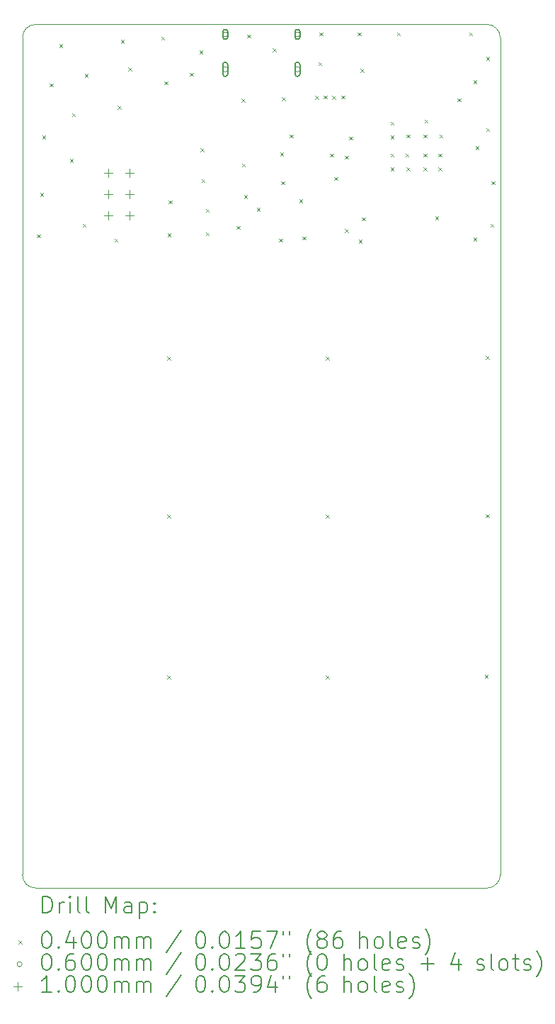
<source format=gbr>
%TF.GenerationSoftware,KiCad,Pcbnew,(7.0.0)*%
%TF.CreationDate,2023-03-11T22:06:36-05:00*%
%TF.ProjectId,MacroPad,4d616372-6f50-4616-942e-6b696361645f,rev?*%
%TF.SameCoordinates,Original*%
%TF.FileFunction,Drillmap*%
%TF.FilePolarity,Positive*%
%FSLAX45Y45*%
G04 Gerber Fmt 4.5, Leading zero omitted, Abs format (unit mm)*
G04 Created by KiCad (PCBNEW (7.0.0)) date 2023-03-11 22:06:36*
%MOMM*%
%LPD*%
G01*
G04 APERTURE LIST*
%ADD10C,0.100000*%
%ADD11C,0.200000*%
%ADD12C,0.040000*%
%ADD13C,0.060000*%
G04 APERTURE END LIST*
D10*
X19129375Y-3810000D02*
X13731875Y-3810000D01*
X19288125Y-13970000D02*
X19288125Y-3968750D01*
X13731875Y-14128750D02*
X19129375Y-14128750D01*
X13573125Y-3968750D02*
X13573125Y-13970000D01*
X13731875Y-3810000D02*
G75*
G03*
X13573125Y-3968750I0J-158750D01*
G01*
X19288125Y-3968750D02*
G75*
G03*
X19129375Y-3810000I-158750J0D01*
G01*
X13573125Y-13970000D02*
G75*
G03*
X13731875Y-14128750I158750J0D01*
G01*
X19129375Y-14128750D02*
G75*
G03*
X19288125Y-13970000I0J158750D01*
G01*
D11*
D12*
X13746800Y-6317300D02*
X13786800Y-6357300D01*
X13786800Y-6317300D02*
X13746800Y-6357300D01*
X13784900Y-5822000D02*
X13824900Y-5862000D01*
X13824900Y-5822000D02*
X13784900Y-5862000D01*
X13810300Y-5136200D02*
X13850300Y-5176200D01*
X13850300Y-5136200D02*
X13810300Y-5176200D01*
X13899200Y-4513900D02*
X13939200Y-4553900D01*
X13939200Y-4513900D02*
X13899200Y-4553900D01*
X14013500Y-4044000D02*
X14053500Y-4084000D01*
X14053500Y-4044000D02*
X14013500Y-4084000D01*
X14140500Y-5415600D02*
X14180500Y-5455600D01*
X14180500Y-5415600D02*
X14140500Y-5455600D01*
X14165900Y-4869500D02*
X14205900Y-4909500D01*
X14205900Y-4869500D02*
X14165900Y-4909500D01*
X14292900Y-6190300D02*
X14332900Y-6230300D01*
X14332900Y-6190300D02*
X14292900Y-6230300D01*
X14318300Y-4399600D02*
X14358300Y-4439600D01*
X14358300Y-4399600D02*
X14318300Y-4439600D01*
X14673900Y-6368100D02*
X14713900Y-6408100D01*
X14713900Y-6368100D02*
X14673900Y-6408100D01*
X14712000Y-4780600D02*
X14752000Y-4820600D01*
X14752000Y-4780600D02*
X14712000Y-4820600D01*
X14750100Y-3993200D02*
X14790100Y-4033200D01*
X14790100Y-3993200D02*
X14750100Y-4033200D01*
X14839000Y-4323400D02*
X14879000Y-4363400D01*
X14879000Y-4323400D02*
X14839000Y-4363400D01*
X15232700Y-3955100D02*
X15272700Y-3995100D01*
X15272700Y-3955100D02*
X15232700Y-3995100D01*
X15270800Y-4488500D02*
X15310800Y-4528500D01*
X15310800Y-4488500D02*
X15270800Y-4528500D01*
X15301280Y-7777800D02*
X15341280Y-7817800D01*
X15341280Y-7777800D02*
X15301280Y-7817800D01*
X15301280Y-9667560D02*
X15341280Y-9707560D01*
X15341280Y-9667560D02*
X15301280Y-9707560D01*
X15301280Y-11587800D02*
X15341280Y-11627800D01*
X15341280Y-11587800D02*
X15301280Y-11627800D01*
X15308900Y-6304600D02*
X15348900Y-6344600D01*
X15348900Y-6304600D02*
X15308900Y-6344600D01*
X15321600Y-5910900D02*
X15361600Y-5950900D01*
X15361600Y-5910900D02*
X15321600Y-5950900D01*
X15575600Y-4386900D02*
X15615600Y-4426900D01*
X15615600Y-4386900D02*
X15575600Y-4426900D01*
X15689900Y-4120200D02*
X15729900Y-4160200D01*
X15729900Y-4120200D02*
X15689900Y-4160200D01*
X15702600Y-5288600D02*
X15742600Y-5328600D01*
X15742600Y-5288600D02*
X15702600Y-5328600D01*
X15715300Y-5656900D02*
X15755300Y-5696900D01*
X15755300Y-5656900D02*
X15715300Y-5696900D01*
X15766100Y-6012500D02*
X15806100Y-6052500D01*
X15806100Y-6012500D02*
X15766100Y-6052500D01*
X15766100Y-6291900D02*
X15806100Y-6331900D01*
X15806100Y-6291900D02*
X15766100Y-6331900D01*
X16134400Y-6215700D02*
X16174400Y-6255700D01*
X16174400Y-6215700D02*
X16134400Y-6255700D01*
X16190280Y-4699320D02*
X16230280Y-4739320D01*
X16230280Y-4699320D02*
X16190280Y-4739320D01*
X16197882Y-5471640D02*
X16237882Y-5511640D01*
X16237882Y-5471640D02*
X16197882Y-5511640D01*
X16223300Y-5847400D02*
X16263300Y-5887400D01*
X16263300Y-5847400D02*
X16223300Y-5887400D01*
X16261400Y-3929700D02*
X16301400Y-3969700D01*
X16301400Y-3929700D02*
X16261400Y-3969700D01*
X16375700Y-5999800D02*
X16415700Y-6039800D01*
X16415700Y-5999800D02*
X16375700Y-6039800D01*
X16566200Y-4094800D02*
X16606200Y-4134800D01*
X16606200Y-4094800D02*
X16566200Y-4134800D01*
X16642400Y-6368100D02*
X16682400Y-6408100D01*
X16682400Y-6368100D02*
X16642400Y-6408100D01*
X16655100Y-5339400D02*
X16695100Y-5379400D01*
X16695100Y-5339400D02*
X16655100Y-5379400D01*
X16667800Y-5682300D02*
X16707800Y-5722300D01*
X16707800Y-5682300D02*
X16667800Y-5722300D01*
X16672880Y-4679000D02*
X16712880Y-4719000D01*
X16712880Y-4679000D02*
X16672880Y-4719000D01*
X16769400Y-5123500D02*
X16809400Y-5163500D01*
X16809400Y-5123500D02*
X16769400Y-5163500D01*
X16883700Y-5898200D02*
X16923700Y-5938200D01*
X16923700Y-5898200D02*
X16883700Y-5938200D01*
X16921800Y-6342700D02*
X16961800Y-6382700D01*
X16961800Y-6342700D02*
X16921800Y-6382700D01*
X17075347Y-4661822D02*
X17115347Y-4701822D01*
X17115347Y-4661822D02*
X17075347Y-4701822D01*
X17112300Y-4259900D02*
X17152300Y-4299900D01*
X17152300Y-4259900D02*
X17112300Y-4299900D01*
X17125000Y-3904300D02*
X17165000Y-3944300D01*
X17165000Y-3904300D02*
X17125000Y-3944300D01*
X17175229Y-4658109D02*
X17215229Y-4698109D01*
X17215229Y-4658109D02*
X17175229Y-4698109D01*
X17201200Y-7777800D02*
X17241200Y-7817800D01*
X17241200Y-7777800D02*
X17201200Y-7817800D01*
X17201200Y-9667560D02*
X17241200Y-9707560D01*
X17241200Y-9667560D02*
X17201200Y-9707560D01*
X17201200Y-11587800D02*
X17241200Y-11627800D01*
X17241200Y-11587800D02*
X17201200Y-11627800D01*
X17252000Y-5352100D02*
X17292000Y-5392100D01*
X17292000Y-5352100D02*
X17252000Y-5392100D01*
X17276140Y-4659940D02*
X17316140Y-4699940D01*
X17316140Y-4659940D02*
X17276140Y-4699940D01*
X17302800Y-5631500D02*
X17342800Y-5671500D01*
X17342800Y-5631500D02*
X17302800Y-5671500D01*
X17384080Y-4658680D02*
X17424080Y-4698680D01*
X17424080Y-4658680D02*
X17384080Y-4698680D01*
X17429800Y-5377500D02*
X17469800Y-5417500D01*
X17469800Y-5377500D02*
X17429800Y-5417500D01*
X17429800Y-6253800D02*
X17469800Y-6293800D01*
X17469800Y-6253800D02*
X17429800Y-6293800D01*
X17480600Y-5148900D02*
X17520600Y-5188900D01*
X17520600Y-5148900D02*
X17480600Y-5188900D01*
X17582200Y-3904300D02*
X17622200Y-3944300D01*
X17622200Y-3904300D02*
X17582200Y-3944300D01*
X17594900Y-6380800D02*
X17634900Y-6420800D01*
X17634900Y-6380800D02*
X17594900Y-6420800D01*
X17614523Y-4341930D02*
X17654523Y-4381930D01*
X17654523Y-4341930D02*
X17614523Y-4381930D01*
X17633000Y-6114100D02*
X17673000Y-6154100D01*
X17673000Y-6114100D02*
X17633000Y-6154100D01*
X17975900Y-4971100D02*
X18015900Y-5011100D01*
X18015900Y-4971100D02*
X17975900Y-5011100D01*
X17975900Y-5136200D02*
X18015900Y-5176200D01*
X18015900Y-5136200D02*
X17975900Y-5176200D01*
X17975900Y-5352100D02*
X18015900Y-5392100D01*
X18015900Y-5352100D02*
X17975900Y-5392100D01*
X17975900Y-5517200D02*
X18015900Y-5557200D01*
X18015900Y-5517200D02*
X17975900Y-5557200D01*
X18052100Y-3904300D02*
X18092100Y-3944300D01*
X18092100Y-3904300D02*
X18052100Y-3944300D01*
X18153700Y-5352100D02*
X18193700Y-5392100D01*
X18193700Y-5352100D02*
X18153700Y-5392100D01*
X18166400Y-5123500D02*
X18206400Y-5163500D01*
X18206400Y-5123500D02*
X18166400Y-5163500D01*
X18166400Y-5517200D02*
X18206400Y-5557200D01*
X18206400Y-5517200D02*
X18166400Y-5557200D01*
X18369600Y-5123500D02*
X18409600Y-5163500D01*
X18409600Y-5123500D02*
X18369600Y-5163500D01*
X18369600Y-5352100D02*
X18409600Y-5392100D01*
X18409600Y-5352100D02*
X18369600Y-5392100D01*
X18369600Y-5517200D02*
X18409600Y-5557200D01*
X18409600Y-5517200D02*
X18369600Y-5557200D01*
X18382300Y-4945700D02*
X18422300Y-4985700D01*
X18422300Y-4945700D02*
X18382300Y-4985700D01*
X18509300Y-6101400D02*
X18549300Y-6141400D01*
X18549300Y-6101400D02*
X18509300Y-6141400D01*
X18547400Y-5352100D02*
X18587400Y-5392100D01*
X18587400Y-5352100D02*
X18547400Y-5392100D01*
X18547400Y-5517200D02*
X18587400Y-5557200D01*
X18587400Y-5517200D02*
X18547400Y-5557200D01*
X18560100Y-5123500D02*
X18600100Y-5163500D01*
X18600100Y-5123500D02*
X18560100Y-5163500D01*
X18776000Y-4691700D02*
X18816000Y-4731700D01*
X18816000Y-4691700D02*
X18776000Y-4731700D01*
X18915700Y-3904300D02*
X18955700Y-3944300D01*
X18955700Y-3904300D02*
X18915700Y-3944300D01*
X18966500Y-4475800D02*
X19006500Y-4515800D01*
X19006500Y-4475800D02*
X18966500Y-4515800D01*
X18966500Y-6355400D02*
X19006500Y-6395400D01*
X19006500Y-6355400D02*
X18966500Y-6395400D01*
X18991900Y-5263200D02*
X19031900Y-5303200D01*
X19031900Y-5263200D02*
X18991900Y-5303200D01*
X19101120Y-11577640D02*
X19141120Y-11617640D01*
X19141120Y-11577640D02*
X19101120Y-11617640D01*
X19111280Y-7767640D02*
X19151280Y-7807640D01*
X19151280Y-7767640D02*
X19111280Y-7807640D01*
X19111280Y-9662480D02*
X19151280Y-9702480D01*
X19151280Y-9662480D02*
X19111280Y-9702480D01*
X19118900Y-4196400D02*
X19158900Y-4236400D01*
X19158900Y-4196400D02*
X19118900Y-4236400D01*
X19118900Y-5047300D02*
X19158900Y-5087300D01*
X19158900Y-5047300D02*
X19118900Y-5087300D01*
X19169700Y-6190300D02*
X19209700Y-6230300D01*
X19209700Y-6190300D02*
X19169700Y-6230300D01*
X19182400Y-5682300D02*
X19222400Y-5722300D01*
X19222400Y-5682300D02*
X19182400Y-5722300D01*
D13*
X16028625Y-3929000D02*
G75*
G03*
X16028625Y-3929000I-30000J0D01*
G01*
D11*
X15968625Y-3899000D02*
X15968625Y-3959000D01*
X15968625Y-3959000D02*
G75*
G03*
X16028625Y-3959000I30000J0D01*
G01*
X16028625Y-3959000D02*
X16028625Y-3899000D01*
X16028625Y-3899000D02*
G75*
G03*
X15968625Y-3899000I-30000J0D01*
G01*
D13*
X16028625Y-4347000D02*
G75*
G03*
X16028625Y-4347000I-30000J0D01*
G01*
D11*
X15968625Y-4292000D02*
X15968625Y-4402000D01*
X15968625Y-4402000D02*
G75*
G03*
X16028625Y-4402000I30000J0D01*
G01*
X16028625Y-4402000D02*
X16028625Y-4292000D01*
X16028625Y-4292000D02*
G75*
G03*
X15968625Y-4292000I-30000J0D01*
G01*
D13*
X16892625Y-3929000D02*
G75*
G03*
X16892625Y-3929000I-30000J0D01*
G01*
D11*
X16832625Y-3899000D02*
X16832625Y-3959000D01*
X16832625Y-3959000D02*
G75*
G03*
X16892625Y-3959000I30000J0D01*
G01*
X16892625Y-3959000D02*
X16892625Y-3899000D01*
X16892625Y-3899000D02*
G75*
G03*
X16832625Y-3899000I-30000J0D01*
G01*
D13*
X16892625Y-4347000D02*
G75*
G03*
X16892625Y-4347000I-30000J0D01*
G01*
D11*
X16832625Y-4292000D02*
X16832625Y-4402000D01*
X16832625Y-4402000D02*
G75*
G03*
X16892625Y-4402000I30000J0D01*
G01*
X16892625Y-4402000D02*
X16892625Y-4292000D01*
X16892625Y-4292000D02*
G75*
G03*
X16832625Y-4292000I-30000J0D01*
G01*
D10*
X14599920Y-5532920D02*
X14599920Y-5632920D01*
X14549920Y-5582920D02*
X14649920Y-5582920D01*
X14599920Y-5786920D02*
X14599920Y-5886920D01*
X14549920Y-5836920D02*
X14649920Y-5836920D01*
X14599920Y-6040920D02*
X14599920Y-6140920D01*
X14549920Y-6090920D02*
X14649920Y-6090920D01*
X14853920Y-5532920D02*
X14853920Y-5632920D01*
X14803920Y-5582920D02*
X14903920Y-5582920D01*
X14853920Y-5786920D02*
X14853920Y-5886920D01*
X14803920Y-5836920D02*
X14903920Y-5836920D01*
X14853920Y-6040920D02*
X14853920Y-6140920D01*
X14803920Y-6090920D02*
X14903920Y-6090920D01*
D11*
X13815744Y-14427226D02*
X13815744Y-14227226D01*
X13815744Y-14227226D02*
X13863363Y-14227226D01*
X13863363Y-14227226D02*
X13891934Y-14236750D01*
X13891934Y-14236750D02*
X13910982Y-14255798D01*
X13910982Y-14255798D02*
X13920506Y-14274845D01*
X13920506Y-14274845D02*
X13930030Y-14312940D01*
X13930030Y-14312940D02*
X13930030Y-14341512D01*
X13930030Y-14341512D02*
X13920506Y-14379607D01*
X13920506Y-14379607D02*
X13910982Y-14398655D01*
X13910982Y-14398655D02*
X13891934Y-14417702D01*
X13891934Y-14417702D02*
X13863363Y-14427226D01*
X13863363Y-14427226D02*
X13815744Y-14427226D01*
X14015744Y-14427226D02*
X14015744Y-14293893D01*
X14015744Y-14331988D02*
X14025268Y-14312940D01*
X14025268Y-14312940D02*
X14034792Y-14303417D01*
X14034792Y-14303417D02*
X14053839Y-14293893D01*
X14053839Y-14293893D02*
X14072887Y-14293893D01*
X14139553Y-14427226D02*
X14139553Y-14293893D01*
X14139553Y-14227226D02*
X14130030Y-14236750D01*
X14130030Y-14236750D02*
X14139553Y-14246274D01*
X14139553Y-14246274D02*
X14149077Y-14236750D01*
X14149077Y-14236750D02*
X14139553Y-14227226D01*
X14139553Y-14227226D02*
X14139553Y-14246274D01*
X14263363Y-14427226D02*
X14244315Y-14417702D01*
X14244315Y-14417702D02*
X14234792Y-14398655D01*
X14234792Y-14398655D02*
X14234792Y-14227226D01*
X14368125Y-14427226D02*
X14349077Y-14417702D01*
X14349077Y-14417702D02*
X14339553Y-14398655D01*
X14339553Y-14398655D02*
X14339553Y-14227226D01*
X14564315Y-14427226D02*
X14564315Y-14227226D01*
X14564315Y-14227226D02*
X14630982Y-14370083D01*
X14630982Y-14370083D02*
X14697649Y-14227226D01*
X14697649Y-14227226D02*
X14697649Y-14427226D01*
X14878601Y-14427226D02*
X14878601Y-14322464D01*
X14878601Y-14322464D02*
X14869077Y-14303417D01*
X14869077Y-14303417D02*
X14850030Y-14293893D01*
X14850030Y-14293893D02*
X14811934Y-14293893D01*
X14811934Y-14293893D02*
X14792887Y-14303417D01*
X14878601Y-14417702D02*
X14859553Y-14427226D01*
X14859553Y-14427226D02*
X14811934Y-14427226D01*
X14811934Y-14427226D02*
X14792887Y-14417702D01*
X14792887Y-14417702D02*
X14783363Y-14398655D01*
X14783363Y-14398655D02*
X14783363Y-14379607D01*
X14783363Y-14379607D02*
X14792887Y-14360559D01*
X14792887Y-14360559D02*
X14811934Y-14351036D01*
X14811934Y-14351036D02*
X14859553Y-14351036D01*
X14859553Y-14351036D02*
X14878601Y-14341512D01*
X14973839Y-14293893D02*
X14973839Y-14493893D01*
X14973839Y-14303417D02*
X14992887Y-14293893D01*
X14992887Y-14293893D02*
X15030982Y-14293893D01*
X15030982Y-14293893D02*
X15050030Y-14303417D01*
X15050030Y-14303417D02*
X15059553Y-14312940D01*
X15059553Y-14312940D02*
X15069077Y-14331988D01*
X15069077Y-14331988D02*
X15069077Y-14389131D01*
X15069077Y-14389131D02*
X15059553Y-14408178D01*
X15059553Y-14408178D02*
X15050030Y-14417702D01*
X15050030Y-14417702D02*
X15030982Y-14427226D01*
X15030982Y-14427226D02*
X14992887Y-14427226D01*
X14992887Y-14427226D02*
X14973839Y-14417702D01*
X15154792Y-14408178D02*
X15164315Y-14417702D01*
X15164315Y-14417702D02*
X15154792Y-14427226D01*
X15154792Y-14427226D02*
X15145268Y-14417702D01*
X15145268Y-14417702D02*
X15154792Y-14408178D01*
X15154792Y-14408178D02*
X15154792Y-14427226D01*
X15154792Y-14303417D02*
X15164315Y-14312940D01*
X15164315Y-14312940D02*
X15154792Y-14322464D01*
X15154792Y-14322464D02*
X15145268Y-14312940D01*
X15145268Y-14312940D02*
X15154792Y-14303417D01*
X15154792Y-14303417D02*
X15154792Y-14322464D01*
D12*
X13528125Y-14753750D02*
X13568125Y-14793750D01*
X13568125Y-14753750D02*
X13528125Y-14793750D01*
D11*
X13853839Y-14647226D02*
X13872887Y-14647226D01*
X13872887Y-14647226D02*
X13891934Y-14656750D01*
X13891934Y-14656750D02*
X13901458Y-14666274D01*
X13901458Y-14666274D02*
X13910982Y-14685321D01*
X13910982Y-14685321D02*
X13920506Y-14723417D01*
X13920506Y-14723417D02*
X13920506Y-14771036D01*
X13920506Y-14771036D02*
X13910982Y-14809131D01*
X13910982Y-14809131D02*
X13901458Y-14828178D01*
X13901458Y-14828178D02*
X13891934Y-14837702D01*
X13891934Y-14837702D02*
X13872887Y-14847226D01*
X13872887Y-14847226D02*
X13853839Y-14847226D01*
X13853839Y-14847226D02*
X13834792Y-14837702D01*
X13834792Y-14837702D02*
X13825268Y-14828178D01*
X13825268Y-14828178D02*
X13815744Y-14809131D01*
X13815744Y-14809131D02*
X13806220Y-14771036D01*
X13806220Y-14771036D02*
X13806220Y-14723417D01*
X13806220Y-14723417D02*
X13815744Y-14685321D01*
X13815744Y-14685321D02*
X13825268Y-14666274D01*
X13825268Y-14666274D02*
X13834792Y-14656750D01*
X13834792Y-14656750D02*
X13853839Y-14647226D01*
X14006220Y-14828178D02*
X14015744Y-14837702D01*
X14015744Y-14837702D02*
X14006220Y-14847226D01*
X14006220Y-14847226D02*
X13996696Y-14837702D01*
X13996696Y-14837702D02*
X14006220Y-14828178D01*
X14006220Y-14828178D02*
X14006220Y-14847226D01*
X14187173Y-14713893D02*
X14187173Y-14847226D01*
X14139553Y-14637702D02*
X14091934Y-14780559D01*
X14091934Y-14780559D02*
X14215744Y-14780559D01*
X14330030Y-14647226D02*
X14349077Y-14647226D01*
X14349077Y-14647226D02*
X14368125Y-14656750D01*
X14368125Y-14656750D02*
X14377649Y-14666274D01*
X14377649Y-14666274D02*
X14387173Y-14685321D01*
X14387173Y-14685321D02*
X14396696Y-14723417D01*
X14396696Y-14723417D02*
X14396696Y-14771036D01*
X14396696Y-14771036D02*
X14387173Y-14809131D01*
X14387173Y-14809131D02*
X14377649Y-14828178D01*
X14377649Y-14828178D02*
X14368125Y-14837702D01*
X14368125Y-14837702D02*
X14349077Y-14847226D01*
X14349077Y-14847226D02*
X14330030Y-14847226D01*
X14330030Y-14847226D02*
X14310982Y-14837702D01*
X14310982Y-14837702D02*
X14301458Y-14828178D01*
X14301458Y-14828178D02*
X14291934Y-14809131D01*
X14291934Y-14809131D02*
X14282411Y-14771036D01*
X14282411Y-14771036D02*
X14282411Y-14723417D01*
X14282411Y-14723417D02*
X14291934Y-14685321D01*
X14291934Y-14685321D02*
X14301458Y-14666274D01*
X14301458Y-14666274D02*
X14310982Y-14656750D01*
X14310982Y-14656750D02*
X14330030Y-14647226D01*
X14520506Y-14647226D02*
X14539554Y-14647226D01*
X14539554Y-14647226D02*
X14558601Y-14656750D01*
X14558601Y-14656750D02*
X14568125Y-14666274D01*
X14568125Y-14666274D02*
X14577649Y-14685321D01*
X14577649Y-14685321D02*
X14587173Y-14723417D01*
X14587173Y-14723417D02*
X14587173Y-14771036D01*
X14587173Y-14771036D02*
X14577649Y-14809131D01*
X14577649Y-14809131D02*
X14568125Y-14828178D01*
X14568125Y-14828178D02*
X14558601Y-14837702D01*
X14558601Y-14837702D02*
X14539554Y-14847226D01*
X14539554Y-14847226D02*
X14520506Y-14847226D01*
X14520506Y-14847226D02*
X14501458Y-14837702D01*
X14501458Y-14837702D02*
X14491934Y-14828178D01*
X14491934Y-14828178D02*
X14482411Y-14809131D01*
X14482411Y-14809131D02*
X14472887Y-14771036D01*
X14472887Y-14771036D02*
X14472887Y-14723417D01*
X14472887Y-14723417D02*
X14482411Y-14685321D01*
X14482411Y-14685321D02*
X14491934Y-14666274D01*
X14491934Y-14666274D02*
X14501458Y-14656750D01*
X14501458Y-14656750D02*
X14520506Y-14647226D01*
X14672887Y-14847226D02*
X14672887Y-14713893D01*
X14672887Y-14732940D02*
X14682411Y-14723417D01*
X14682411Y-14723417D02*
X14701458Y-14713893D01*
X14701458Y-14713893D02*
X14730030Y-14713893D01*
X14730030Y-14713893D02*
X14749077Y-14723417D01*
X14749077Y-14723417D02*
X14758601Y-14742464D01*
X14758601Y-14742464D02*
X14758601Y-14847226D01*
X14758601Y-14742464D02*
X14768125Y-14723417D01*
X14768125Y-14723417D02*
X14787173Y-14713893D01*
X14787173Y-14713893D02*
X14815744Y-14713893D01*
X14815744Y-14713893D02*
X14834792Y-14723417D01*
X14834792Y-14723417D02*
X14844315Y-14742464D01*
X14844315Y-14742464D02*
X14844315Y-14847226D01*
X14939554Y-14847226D02*
X14939554Y-14713893D01*
X14939554Y-14732940D02*
X14949077Y-14723417D01*
X14949077Y-14723417D02*
X14968125Y-14713893D01*
X14968125Y-14713893D02*
X14996696Y-14713893D01*
X14996696Y-14713893D02*
X15015744Y-14723417D01*
X15015744Y-14723417D02*
X15025268Y-14742464D01*
X15025268Y-14742464D02*
X15025268Y-14847226D01*
X15025268Y-14742464D02*
X15034792Y-14723417D01*
X15034792Y-14723417D02*
X15053839Y-14713893D01*
X15053839Y-14713893D02*
X15082411Y-14713893D01*
X15082411Y-14713893D02*
X15101458Y-14723417D01*
X15101458Y-14723417D02*
X15110982Y-14742464D01*
X15110982Y-14742464D02*
X15110982Y-14847226D01*
X15469077Y-14637702D02*
X15297649Y-14894845D01*
X15693839Y-14647226D02*
X15712887Y-14647226D01*
X15712887Y-14647226D02*
X15731935Y-14656750D01*
X15731935Y-14656750D02*
X15741458Y-14666274D01*
X15741458Y-14666274D02*
X15750982Y-14685321D01*
X15750982Y-14685321D02*
X15760506Y-14723417D01*
X15760506Y-14723417D02*
X15760506Y-14771036D01*
X15760506Y-14771036D02*
X15750982Y-14809131D01*
X15750982Y-14809131D02*
X15741458Y-14828178D01*
X15741458Y-14828178D02*
X15731935Y-14837702D01*
X15731935Y-14837702D02*
X15712887Y-14847226D01*
X15712887Y-14847226D02*
X15693839Y-14847226D01*
X15693839Y-14847226D02*
X15674792Y-14837702D01*
X15674792Y-14837702D02*
X15665268Y-14828178D01*
X15665268Y-14828178D02*
X15655744Y-14809131D01*
X15655744Y-14809131D02*
X15646220Y-14771036D01*
X15646220Y-14771036D02*
X15646220Y-14723417D01*
X15646220Y-14723417D02*
X15655744Y-14685321D01*
X15655744Y-14685321D02*
X15665268Y-14666274D01*
X15665268Y-14666274D02*
X15674792Y-14656750D01*
X15674792Y-14656750D02*
X15693839Y-14647226D01*
X15846220Y-14828178D02*
X15855744Y-14837702D01*
X15855744Y-14837702D02*
X15846220Y-14847226D01*
X15846220Y-14847226D02*
X15836696Y-14837702D01*
X15836696Y-14837702D02*
X15846220Y-14828178D01*
X15846220Y-14828178D02*
X15846220Y-14847226D01*
X15979554Y-14647226D02*
X15998601Y-14647226D01*
X15998601Y-14647226D02*
X16017649Y-14656750D01*
X16017649Y-14656750D02*
X16027173Y-14666274D01*
X16027173Y-14666274D02*
X16036696Y-14685321D01*
X16036696Y-14685321D02*
X16046220Y-14723417D01*
X16046220Y-14723417D02*
X16046220Y-14771036D01*
X16046220Y-14771036D02*
X16036696Y-14809131D01*
X16036696Y-14809131D02*
X16027173Y-14828178D01*
X16027173Y-14828178D02*
X16017649Y-14837702D01*
X16017649Y-14837702D02*
X15998601Y-14847226D01*
X15998601Y-14847226D02*
X15979554Y-14847226D01*
X15979554Y-14847226D02*
X15960506Y-14837702D01*
X15960506Y-14837702D02*
X15950982Y-14828178D01*
X15950982Y-14828178D02*
X15941458Y-14809131D01*
X15941458Y-14809131D02*
X15931935Y-14771036D01*
X15931935Y-14771036D02*
X15931935Y-14723417D01*
X15931935Y-14723417D02*
X15941458Y-14685321D01*
X15941458Y-14685321D02*
X15950982Y-14666274D01*
X15950982Y-14666274D02*
X15960506Y-14656750D01*
X15960506Y-14656750D02*
X15979554Y-14647226D01*
X16236696Y-14847226D02*
X16122411Y-14847226D01*
X16179554Y-14847226D02*
X16179554Y-14647226D01*
X16179554Y-14647226D02*
X16160506Y-14675798D01*
X16160506Y-14675798D02*
X16141458Y-14694845D01*
X16141458Y-14694845D02*
X16122411Y-14704369D01*
X16417649Y-14647226D02*
X16322411Y-14647226D01*
X16322411Y-14647226D02*
X16312887Y-14742464D01*
X16312887Y-14742464D02*
X16322411Y-14732940D01*
X16322411Y-14732940D02*
X16341458Y-14723417D01*
X16341458Y-14723417D02*
X16389077Y-14723417D01*
X16389077Y-14723417D02*
X16408125Y-14732940D01*
X16408125Y-14732940D02*
X16417649Y-14742464D01*
X16417649Y-14742464D02*
X16427173Y-14761512D01*
X16427173Y-14761512D02*
X16427173Y-14809131D01*
X16427173Y-14809131D02*
X16417649Y-14828178D01*
X16417649Y-14828178D02*
X16408125Y-14837702D01*
X16408125Y-14837702D02*
X16389077Y-14847226D01*
X16389077Y-14847226D02*
X16341458Y-14847226D01*
X16341458Y-14847226D02*
X16322411Y-14837702D01*
X16322411Y-14837702D02*
X16312887Y-14828178D01*
X16493839Y-14647226D02*
X16627173Y-14647226D01*
X16627173Y-14647226D02*
X16541458Y-14847226D01*
X16693839Y-14647226D02*
X16693839Y-14685321D01*
X16770030Y-14647226D02*
X16770030Y-14685321D01*
X17032887Y-14923417D02*
X17023363Y-14913893D01*
X17023363Y-14913893D02*
X17004316Y-14885321D01*
X17004316Y-14885321D02*
X16994792Y-14866274D01*
X16994792Y-14866274D02*
X16985268Y-14837702D01*
X16985268Y-14837702D02*
X16975744Y-14790083D01*
X16975744Y-14790083D02*
X16975744Y-14751988D01*
X16975744Y-14751988D02*
X16985268Y-14704369D01*
X16985268Y-14704369D02*
X16994792Y-14675798D01*
X16994792Y-14675798D02*
X17004316Y-14656750D01*
X17004316Y-14656750D02*
X17023363Y-14628178D01*
X17023363Y-14628178D02*
X17032887Y-14618655D01*
X17137649Y-14732940D02*
X17118601Y-14723417D01*
X17118601Y-14723417D02*
X17109078Y-14713893D01*
X17109078Y-14713893D02*
X17099554Y-14694845D01*
X17099554Y-14694845D02*
X17099554Y-14685321D01*
X17099554Y-14685321D02*
X17109078Y-14666274D01*
X17109078Y-14666274D02*
X17118601Y-14656750D01*
X17118601Y-14656750D02*
X17137649Y-14647226D01*
X17137649Y-14647226D02*
X17175744Y-14647226D01*
X17175744Y-14647226D02*
X17194792Y-14656750D01*
X17194792Y-14656750D02*
X17204316Y-14666274D01*
X17204316Y-14666274D02*
X17213839Y-14685321D01*
X17213839Y-14685321D02*
X17213839Y-14694845D01*
X17213839Y-14694845D02*
X17204316Y-14713893D01*
X17204316Y-14713893D02*
X17194792Y-14723417D01*
X17194792Y-14723417D02*
X17175744Y-14732940D01*
X17175744Y-14732940D02*
X17137649Y-14732940D01*
X17137649Y-14732940D02*
X17118601Y-14742464D01*
X17118601Y-14742464D02*
X17109078Y-14751988D01*
X17109078Y-14751988D02*
X17099554Y-14771036D01*
X17099554Y-14771036D02*
X17099554Y-14809131D01*
X17099554Y-14809131D02*
X17109078Y-14828178D01*
X17109078Y-14828178D02*
X17118601Y-14837702D01*
X17118601Y-14837702D02*
X17137649Y-14847226D01*
X17137649Y-14847226D02*
X17175744Y-14847226D01*
X17175744Y-14847226D02*
X17194792Y-14837702D01*
X17194792Y-14837702D02*
X17204316Y-14828178D01*
X17204316Y-14828178D02*
X17213839Y-14809131D01*
X17213839Y-14809131D02*
X17213839Y-14771036D01*
X17213839Y-14771036D02*
X17204316Y-14751988D01*
X17204316Y-14751988D02*
X17194792Y-14742464D01*
X17194792Y-14742464D02*
X17175744Y-14732940D01*
X17385268Y-14647226D02*
X17347173Y-14647226D01*
X17347173Y-14647226D02*
X17328125Y-14656750D01*
X17328125Y-14656750D02*
X17318601Y-14666274D01*
X17318601Y-14666274D02*
X17299554Y-14694845D01*
X17299554Y-14694845D02*
X17290030Y-14732940D01*
X17290030Y-14732940D02*
X17290030Y-14809131D01*
X17290030Y-14809131D02*
X17299554Y-14828178D01*
X17299554Y-14828178D02*
X17309078Y-14837702D01*
X17309078Y-14837702D02*
X17328125Y-14847226D01*
X17328125Y-14847226D02*
X17366220Y-14847226D01*
X17366220Y-14847226D02*
X17385268Y-14837702D01*
X17385268Y-14837702D02*
X17394792Y-14828178D01*
X17394792Y-14828178D02*
X17404316Y-14809131D01*
X17404316Y-14809131D02*
X17404316Y-14761512D01*
X17404316Y-14761512D02*
X17394792Y-14742464D01*
X17394792Y-14742464D02*
X17385268Y-14732940D01*
X17385268Y-14732940D02*
X17366220Y-14723417D01*
X17366220Y-14723417D02*
X17328125Y-14723417D01*
X17328125Y-14723417D02*
X17309078Y-14732940D01*
X17309078Y-14732940D02*
X17299554Y-14742464D01*
X17299554Y-14742464D02*
X17290030Y-14761512D01*
X17610030Y-14847226D02*
X17610030Y-14647226D01*
X17695744Y-14847226D02*
X17695744Y-14742464D01*
X17695744Y-14742464D02*
X17686220Y-14723417D01*
X17686220Y-14723417D02*
X17667173Y-14713893D01*
X17667173Y-14713893D02*
X17638601Y-14713893D01*
X17638601Y-14713893D02*
X17619554Y-14723417D01*
X17619554Y-14723417D02*
X17610030Y-14732940D01*
X17819554Y-14847226D02*
X17800506Y-14837702D01*
X17800506Y-14837702D02*
X17790982Y-14828178D01*
X17790982Y-14828178D02*
X17781459Y-14809131D01*
X17781459Y-14809131D02*
X17781459Y-14751988D01*
X17781459Y-14751988D02*
X17790982Y-14732940D01*
X17790982Y-14732940D02*
X17800506Y-14723417D01*
X17800506Y-14723417D02*
X17819554Y-14713893D01*
X17819554Y-14713893D02*
X17848125Y-14713893D01*
X17848125Y-14713893D02*
X17867173Y-14723417D01*
X17867173Y-14723417D02*
X17876697Y-14732940D01*
X17876697Y-14732940D02*
X17886220Y-14751988D01*
X17886220Y-14751988D02*
X17886220Y-14809131D01*
X17886220Y-14809131D02*
X17876697Y-14828178D01*
X17876697Y-14828178D02*
X17867173Y-14837702D01*
X17867173Y-14837702D02*
X17848125Y-14847226D01*
X17848125Y-14847226D02*
X17819554Y-14847226D01*
X18000506Y-14847226D02*
X17981459Y-14837702D01*
X17981459Y-14837702D02*
X17971935Y-14818655D01*
X17971935Y-14818655D02*
X17971935Y-14647226D01*
X18152887Y-14837702D02*
X18133840Y-14847226D01*
X18133840Y-14847226D02*
X18095744Y-14847226D01*
X18095744Y-14847226D02*
X18076697Y-14837702D01*
X18076697Y-14837702D02*
X18067173Y-14818655D01*
X18067173Y-14818655D02*
X18067173Y-14742464D01*
X18067173Y-14742464D02*
X18076697Y-14723417D01*
X18076697Y-14723417D02*
X18095744Y-14713893D01*
X18095744Y-14713893D02*
X18133840Y-14713893D01*
X18133840Y-14713893D02*
X18152887Y-14723417D01*
X18152887Y-14723417D02*
X18162411Y-14742464D01*
X18162411Y-14742464D02*
X18162411Y-14761512D01*
X18162411Y-14761512D02*
X18067173Y-14780559D01*
X18238601Y-14837702D02*
X18257649Y-14847226D01*
X18257649Y-14847226D02*
X18295744Y-14847226D01*
X18295744Y-14847226D02*
X18314792Y-14837702D01*
X18314792Y-14837702D02*
X18324316Y-14818655D01*
X18324316Y-14818655D02*
X18324316Y-14809131D01*
X18324316Y-14809131D02*
X18314792Y-14790083D01*
X18314792Y-14790083D02*
X18295744Y-14780559D01*
X18295744Y-14780559D02*
X18267173Y-14780559D01*
X18267173Y-14780559D02*
X18248125Y-14771036D01*
X18248125Y-14771036D02*
X18238601Y-14751988D01*
X18238601Y-14751988D02*
X18238601Y-14742464D01*
X18238601Y-14742464D02*
X18248125Y-14723417D01*
X18248125Y-14723417D02*
X18267173Y-14713893D01*
X18267173Y-14713893D02*
X18295744Y-14713893D01*
X18295744Y-14713893D02*
X18314792Y-14723417D01*
X18390982Y-14923417D02*
X18400506Y-14913893D01*
X18400506Y-14913893D02*
X18419554Y-14885321D01*
X18419554Y-14885321D02*
X18429078Y-14866274D01*
X18429078Y-14866274D02*
X18438601Y-14837702D01*
X18438601Y-14837702D02*
X18448125Y-14790083D01*
X18448125Y-14790083D02*
X18448125Y-14751988D01*
X18448125Y-14751988D02*
X18438601Y-14704369D01*
X18438601Y-14704369D02*
X18429078Y-14675798D01*
X18429078Y-14675798D02*
X18419554Y-14656750D01*
X18419554Y-14656750D02*
X18400506Y-14628178D01*
X18400506Y-14628178D02*
X18390982Y-14618655D01*
D13*
X13568125Y-15037750D02*
G75*
G03*
X13568125Y-15037750I-30000J0D01*
G01*
D11*
X13853839Y-14911226D02*
X13872887Y-14911226D01*
X13872887Y-14911226D02*
X13891934Y-14920750D01*
X13891934Y-14920750D02*
X13901458Y-14930274D01*
X13901458Y-14930274D02*
X13910982Y-14949321D01*
X13910982Y-14949321D02*
X13920506Y-14987417D01*
X13920506Y-14987417D02*
X13920506Y-15035036D01*
X13920506Y-15035036D02*
X13910982Y-15073131D01*
X13910982Y-15073131D02*
X13901458Y-15092178D01*
X13901458Y-15092178D02*
X13891934Y-15101702D01*
X13891934Y-15101702D02*
X13872887Y-15111226D01*
X13872887Y-15111226D02*
X13853839Y-15111226D01*
X13853839Y-15111226D02*
X13834792Y-15101702D01*
X13834792Y-15101702D02*
X13825268Y-15092178D01*
X13825268Y-15092178D02*
X13815744Y-15073131D01*
X13815744Y-15073131D02*
X13806220Y-15035036D01*
X13806220Y-15035036D02*
X13806220Y-14987417D01*
X13806220Y-14987417D02*
X13815744Y-14949321D01*
X13815744Y-14949321D02*
X13825268Y-14930274D01*
X13825268Y-14930274D02*
X13834792Y-14920750D01*
X13834792Y-14920750D02*
X13853839Y-14911226D01*
X14006220Y-15092178D02*
X14015744Y-15101702D01*
X14015744Y-15101702D02*
X14006220Y-15111226D01*
X14006220Y-15111226D02*
X13996696Y-15101702D01*
X13996696Y-15101702D02*
X14006220Y-15092178D01*
X14006220Y-15092178D02*
X14006220Y-15111226D01*
X14187173Y-14911226D02*
X14149077Y-14911226D01*
X14149077Y-14911226D02*
X14130030Y-14920750D01*
X14130030Y-14920750D02*
X14120506Y-14930274D01*
X14120506Y-14930274D02*
X14101458Y-14958845D01*
X14101458Y-14958845D02*
X14091934Y-14996940D01*
X14091934Y-14996940D02*
X14091934Y-15073131D01*
X14091934Y-15073131D02*
X14101458Y-15092178D01*
X14101458Y-15092178D02*
X14110982Y-15101702D01*
X14110982Y-15101702D02*
X14130030Y-15111226D01*
X14130030Y-15111226D02*
X14168125Y-15111226D01*
X14168125Y-15111226D02*
X14187173Y-15101702D01*
X14187173Y-15101702D02*
X14196696Y-15092178D01*
X14196696Y-15092178D02*
X14206220Y-15073131D01*
X14206220Y-15073131D02*
X14206220Y-15025512D01*
X14206220Y-15025512D02*
X14196696Y-15006464D01*
X14196696Y-15006464D02*
X14187173Y-14996940D01*
X14187173Y-14996940D02*
X14168125Y-14987417D01*
X14168125Y-14987417D02*
X14130030Y-14987417D01*
X14130030Y-14987417D02*
X14110982Y-14996940D01*
X14110982Y-14996940D02*
X14101458Y-15006464D01*
X14101458Y-15006464D02*
X14091934Y-15025512D01*
X14330030Y-14911226D02*
X14349077Y-14911226D01*
X14349077Y-14911226D02*
X14368125Y-14920750D01*
X14368125Y-14920750D02*
X14377649Y-14930274D01*
X14377649Y-14930274D02*
X14387173Y-14949321D01*
X14387173Y-14949321D02*
X14396696Y-14987417D01*
X14396696Y-14987417D02*
X14396696Y-15035036D01*
X14396696Y-15035036D02*
X14387173Y-15073131D01*
X14387173Y-15073131D02*
X14377649Y-15092178D01*
X14377649Y-15092178D02*
X14368125Y-15101702D01*
X14368125Y-15101702D02*
X14349077Y-15111226D01*
X14349077Y-15111226D02*
X14330030Y-15111226D01*
X14330030Y-15111226D02*
X14310982Y-15101702D01*
X14310982Y-15101702D02*
X14301458Y-15092178D01*
X14301458Y-15092178D02*
X14291934Y-15073131D01*
X14291934Y-15073131D02*
X14282411Y-15035036D01*
X14282411Y-15035036D02*
X14282411Y-14987417D01*
X14282411Y-14987417D02*
X14291934Y-14949321D01*
X14291934Y-14949321D02*
X14301458Y-14930274D01*
X14301458Y-14930274D02*
X14310982Y-14920750D01*
X14310982Y-14920750D02*
X14330030Y-14911226D01*
X14520506Y-14911226D02*
X14539554Y-14911226D01*
X14539554Y-14911226D02*
X14558601Y-14920750D01*
X14558601Y-14920750D02*
X14568125Y-14930274D01*
X14568125Y-14930274D02*
X14577649Y-14949321D01*
X14577649Y-14949321D02*
X14587173Y-14987417D01*
X14587173Y-14987417D02*
X14587173Y-15035036D01*
X14587173Y-15035036D02*
X14577649Y-15073131D01*
X14577649Y-15073131D02*
X14568125Y-15092178D01*
X14568125Y-15092178D02*
X14558601Y-15101702D01*
X14558601Y-15101702D02*
X14539554Y-15111226D01*
X14539554Y-15111226D02*
X14520506Y-15111226D01*
X14520506Y-15111226D02*
X14501458Y-15101702D01*
X14501458Y-15101702D02*
X14491934Y-15092178D01*
X14491934Y-15092178D02*
X14482411Y-15073131D01*
X14482411Y-15073131D02*
X14472887Y-15035036D01*
X14472887Y-15035036D02*
X14472887Y-14987417D01*
X14472887Y-14987417D02*
X14482411Y-14949321D01*
X14482411Y-14949321D02*
X14491934Y-14930274D01*
X14491934Y-14930274D02*
X14501458Y-14920750D01*
X14501458Y-14920750D02*
X14520506Y-14911226D01*
X14672887Y-15111226D02*
X14672887Y-14977893D01*
X14672887Y-14996940D02*
X14682411Y-14987417D01*
X14682411Y-14987417D02*
X14701458Y-14977893D01*
X14701458Y-14977893D02*
X14730030Y-14977893D01*
X14730030Y-14977893D02*
X14749077Y-14987417D01*
X14749077Y-14987417D02*
X14758601Y-15006464D01*
X14758601Y-15006464D02*
X14758601Y-15111226D01*
X14758601Y-15006464D02*
X14768125Y-14987417D01*
X14768125Y-14987417D02*
X14787173Y-14977893D01*
X14787173Y-14977893D02*
X14815744Y-14977893D01*
X14815744Y-14977893D02*
X14834792Y-14987417D01*
X14834792Y-14987417D02*
X14844315Y-15006464D01*
X14844315Y-15006464D02*
X14844315Y-15111226D01*
X14939554Y-15111226D02*
X14939554Y-14977893D01*
X14939554Y-14996940D02*
X14949077Y-14987417D01*
X14949077Y-14987417D02*
X14968125Y-14977893D01*
X14968125Y-14977893D02*
X14996696Y-14977893D01*
X14996696Y-14977893D02*
X15015744Y-14987417D01*
X15015744Y-14987417D02*
X15025268Y-15006464D01*
X15025268Y-15006464D02*
X15025268Y-15111226D01*
X15025268Y-15006464D02*
X15034792Y-14987417D01*
X15034792Y-14987417D02*
X15053839Y-14977893D01*
X15053839Y-14977893D02*
X15082411Y-14977893D01*
X15082411Y-14977893D02*
X15101458Y-14987417D01*
X15101458Y-14987417D02*
X15110982Y-15006464D01*
X15110982Y-15006464D02*
X15110982Y-15111226D01*
X15469077Y-14901702D02*
X15297649Y-15158845D01*
X15693839Y-14911226D02*
X15712887Y-14911226D01*
X15712887Y-14911226D02*
X15731935Y-14920750D01*
X15731935Y-14920750D02*
X15741458Y-14930274D01*
X15741458Y-14930274D02*
X15750982Y-14949321D01*
X15750982Y-14949321D02*
X15760506Y-14987417D01*
X15760506Y-14987417D02*
X15760506Y-15035036D01*
X15760506Y-15035036D02*
X15750982Y-15073131D01*
X15750982Y-15073131D02*
X15741458Y-15092178D01*
X15741458Y-15092178D02*
X15731935Y-15101702D01*
X15731935Y-15101702D02*
X15712887Y-15111226D01*
X15712887Y-15111226D02*
X15693839Y-15111226D01*
X15693839Y-15111226D02*
X15674792Y-15101702D01*
X15674792Y-15101702D02*
X15665268Y-15092178D01*
X15665268Y-15092178D02*
X15655744Y-15073131D01*
X15655744Y-15073131D02*
X15646220Y-15035036D01*
X15646220Y-15035036D02*
X15646220Y-14987417D01*
X15646220Y-14987417D02*
X15655744Y-14949321D01*
X15655744Y-14949321D02*
X15665268Y-14930274D01*
X15665268Y-14930274D02*
X15674792Y-14920750D01*
X15674792Y-14920750D02*
X15693839Y-14911226D01*
X15846220Y-15092178D02*
X15855744Y-15101702D01*
X15855744Y-15101702D02*
X15846220Y-15111226D01*
X15846220Y-15111226D02*
X15836696Y-15101702D01*
X15836696Y-15101702D02*
X15846220Y-15092178D01*
X15846220Y-15092178D02*
X15846220Y-15111226D01*
X15979554Y-14911226D02*
X15998601Y-14911226D01*
X15998601Y-14911226D02*
X16017649Y-14920750D01*
X16017649Y-14920750D02*
X16027173Y-14930274D01*
X16027173Y-14930274D02*
X16036696Y-14949321D01*
X16036696Y-14949321D02*
X16046220Y-14987417D01*
X16046220Y-14987417D02*
X16046220Y-15035036D01*
X16046220Y-15035036D02*
X16036696Y-15073131D01*
X16036696Y-15073131D02*
X16027173Y-15092178D01*
X16027173Y-15092178D02*
X16017649Y-15101702D01*
X16017649Y-15101702D02*
X15998601Y-15111226D01*
X15998601Y-15111226D02*
X15979554Y-15111226D01*
X15979554Y-15111226D02*
X15960506Y-15101702D01*
X15960506Y-15101702D02*
X15950982Y-15092178D01*
X15950982Y-15092178D02*
X15941458Y-15073131D01*
X15941458Y-15073131D02*
X15931935Y-15035036D01*
X15931935Y-15035036D02*
X15931935Y-14987417D01*
X15931935Y-14987417D02*
X15941458Y-14949321D01*
X15941458Y-14949321D02*
X15950982Y-14930274D01*
X15950982Y-14930274D02*
X15960506Y-14920750D01*
X15960506Y-14920750D02*
X15979554Y-14911226D01*
X16122411Y-14930274D02*
X16131935Y-14920750D01*
X16131935Y-14920750D02*
X16150982Y-14911226D01*
X16150982Y-14911226D02*
X16198601Y-14911226D01*
X16198601Y-14911226D02*
X16217649Y-14920750D01*
X16217649Y-14920750D02*
X16227173Y-14930274D01*
X16227173Y-14930274D02*
X16236696Y-14949321D01*
X16236696Y-14949321D02*
X16236696Y-14968369D01*
X16236696Y-14968369D02*
X16227173Y-14996940D01*
X16227173Y-14996940D02*
X16112887Y-15111226D01*
X16112887Y-15111226D02*
X16236696Y-15111226D01*
X16303363Y-14911226D02*
X16427173Y-14911226D01*
X16427173Y-14911226D02*
X16360506Y-14987417D01*
X16360506Y-14987417D02*
X16389077Y-14987417D01*
X16389077Y-14987417D02*
X16408125Y-14996940D01*
X16408125Y-14996940D02*
X16417649Y-15006464D01*
X16417649Y-15006464D02*
X16427173Y-15025512D01*
X16427173Y-15025512D02*
X16427173Y-15073131D01*
X16427173Y-15073131D02*
X16417649Y-15092178D01*
X16417649Y-15092178D02*
X16408125Y-15101702D01*
X16408125Y-15101702D02*
X16389077Y-15111226D01*
X16389077Y-15111226D02*
X16331935Y-15111226D01*
X16331935Y-15111226D02*
X16312887Y-15101702D01*
X16312887Y-15101702D02*
X16303363Y-15092178D01*
X16598601Y-14911226D02*
X16560506Y-14911226D01*
X16560506Y-14911226D02*
X16541458Y-14920750D01*
X16541458Y-14920750D02*
X16531935Y-14930274D01*
X16531935Y-14930274D02*
X16512887Y-14958845D01*
X16512887Y-14958845D02*
X16503363Y-14996940D01*
X16503363Y-14996940D02*
X16503363Y-15073131D01*
X16503363Y-15073131D02*
X16512887Y-15092178D01*
X16512887Y-15092178D02*
X16522411Y-15101702D01*
X16522411Y-15101702D02*
X16541458Y-15111226D01*
X16541458Y-15111226D02*
X16579554Y-15111226D01*
X16579554Y-15111226D02*
X16598601Y-15101702D01*
X16598601Y-15101702D02*
X16608125Y-15092178D01*
X16608125Y-15092178D02*
X16617649Y-15073131D01*
X16617649Y-15073131D02*
X16617649Y-15025512D01*
X16617649Y-15025512D02*
X16608125Y-15006464D01*
X16608125Y-15006464D02*
X16598601Y-14996940D01*
X16598601Y-14996940D02*
X16579554Y-14987417D01*
X16579554Y-14987417D02*
X16541458Y-14987417D01*
X16541458Y-14987417D02*
X16522411Y-14996940D01*
X16522411Y-14996940D02*
X16512887Y-15006464D01*
X16512887Y-15006464D02*
X16503363Y-15025512D01*
X16693839Y-14911226D02*
X16693839Y-14949321D01*
X16770030Y-14911226D02*
X16770030Y-14949321D01*
X17032887Y-15187417D02*
X17023363Y-15177893D01*
X17023363Y-15177893D02*
X17004316Y-15149321D01*
X17004316Y-15149321D02*
X16994792Y-15130274D01*
X16994792Y-15130274D02*
X16985268Y-15101702D01*
X16985268Y-15101702D02*
X16975744Y-15054083D01*
X16975744Y-15054083D02*
X16975744Y-15015988D01*
X16975744Y-15015988D02*
X16985268Y-14968369D01*
X16985268Y-14968369D02*
X16994792Y-14939798D01*
X16994792Y-14939798D02*
X17004316Y-14920750D01*
X17004316Y-14920750D02*
X17023363Y-14892178D01*
X17023363Y-14892178D02*
X17032887Y-14882655D01*
X17147173Y-14911226D02*
X17166220Y-14911226D01*
X17166220Y-14911226D02*
X17185268Y-14920750D01*
X17185268Y-14920750D02*
X17194792Y-14930274D01*
X17194792Y-14930274D02*
X17204316Y-14949321D01*
X17204316Y-14949321D02*
X17213839Y-14987417D01*
X17213839Y-14987417D02*
X17213839Y-15035036D01*
X17213839Y-15035036D02*
X17204316Y-15073131D01*
X17204316Y-15073131D02*
X17194792Y-15092178D01*
X17194792Y-15092178D02*
X17185268Y-15101702D01*
X17185268Y-15101702D02*
X17166220Y-15111226D01*
X17166220Y-15111226D02*
X17147173Y-15111226D01*
X17147173Y-15111226D02*
X17128125Y-15101702D01*
X17128125Y-15101702D02*
X17118601Y-15092178D01*
X17118601Y-15092178D02*
X17109078Y-15073131D01*
X17109078Y-15073131D02*
X17099554Y-15035036D01*
X17099554Y-15035036D02*
X17099554Y-14987417D01*
X17099554Y-14987417D02*
X17109078Y-14949321D01*
X17109078Y-14949321D02*
X17118601Y-14930274D01*
X17118601Y-14930274D02*
X17128125Y-14920750D01*
X17128125Y-14920750D02*
X17147173Y-14911226D01*
X17419554Y-15111226D02*
X17419554Y-14911226D01*
X17505268Y-15111226D02*
X17505268Y-15006464D01*
X17505268Y-15006464D02*
X17495744Y-14987417D01*
X17495744Y-14987417D02*
X17476697Y-14977893D01*
X17476697Y-14977893D02*
X17448125Y-14977893D01*
X17448125Y-14977893D02*
X17429078Y-14987417D01*
X17429078Y-14987417D02*
X17419554Y-14996940D01*
X17629078Y-15111226D02*
X17610030Y-15101702D01*
X17610030Y-15101702D02*
X17600506Y-15092178D01*
X17600506Y-15092178D02*
X17590982Y-15073131D01*
X17590982Y-15073131D02*
X17590982Y-15015988D01*
X17590982Y-15015988D02*
X17600506Y-14996940D01*
X17600506Y-14996940D02*
X17610030Y-14987417D01*
X17610030Y-14987417D02*
X17629078Y-14977893D01*
X17629078Y-14977893D02*
X17657649Y-14977893D01*
X17657649Y-14977893D02*
X17676697Y-14987417D01*
X17676697Y-14987417D02*
X17686220Y-14996940D01*
X17686220Y-14996940D02*
X17695744Y-15015988D01*
X17695744Y-15015988D02*
X17695744Y-15073131D01*
X17695744Y-15073131D02*
X17686220Y-15092178D01*
X17686220Y-15092178D02*
X17676697Y-15101702D01*
X17676697Y-15101702D02*
X17657649Y-15111226D01*
X17657649Y-15111226D02*
X17629078Y-15111226D01*
X17810030Y-15111226D02*
X17790982Y-15101702D01*
X17790982Y-15101702D02*
X17781459Y-15082655D01*
X17781459Y-15082655D02*
X17781459Y-14911226D01*
X17962411Y-15101702D02*
X17943363Y-15111226D01*
X17943363Y-15111226D02*
X17905268Y-15111226D01*
X17905268Y-15111226D02*
X17886220Y-15101702D01*
X17886220Y-15101702D02*
X17876697Y-15082655D01*
X17876697Y-15082655D02*
X17876697Y-15006464D01*
X17876697Y-15006464D02*
X17886220Y-14987417D01*
X17886220Y-14987417D02*
X17905268Y-14977893D01*
X17905268Y-14977893D02*
X17943363Y-14977893D01*
X17943363Y-14977893D02*
X17962411Y-14987417D01*
X17962411Y-14987417D02*
X17971935Y-15006464D01*
X17971935Y-15006464D02*
X17971935Y-15025512D01*
X17971935Y-15025512D02*
X17876697Y-15044559D01*
X18048125Y-15101702D02*
X18067173Y-15111226D01*
X18067173Y-15111226D02*
X18105268Y-15111226D01*
X18105268Y-15111226D02*
X18124316Y-15101702D01*
X18124316Y-15101702D02*
X18133840Y-15082655D01*
X18133840Y-15082655D02*
X18133840Y-15073131D01*
X18133840Y-15073131D02*
X18124316Y-15054083D01*
X18124316Y-15054083D02*
X18105268Y-15044559D01*
X18105268Y-15044559D02*
X18076697Y-15044559D01*
X18076697Y-15044559D02*
X18057649Y-15035036D01*
X18057649Y-15035036D02*
X18048125Y-15015988D01*
X18048125Y-15015988D02*
X18048125Y-15006464D01*
X18048125Y-15006464D02*
X18057649Y-14987417D01*
X18057649Y-14987417D02*
X18076697Y-14977893D01*
X18076697Y-14977893D02*
X18105268Y-14977893D01*
X18105268Y-14977893D02*
X18124316Y-14987417D01*
X18339554Y-15035036D02*
X18491935Y-15035036D01*
X18415744Y-15111226D02*
X18415744Y-14958845D01*
X18792887Y-14977893D02*
X18792887Y-15111226D01*
X18745268Y-14901702D02*
X18697649Y-15044559D01*
X18697649Y-15044559D02*
X18821459Y-15044559D01*
X19008125Y-15101702D02*
X19027173Y-15111226D01*
X19027173Y-15111226D02*
X19065268Y-15111226D01*
X19065268Y-15111226D02*
X19084316Y-15101702D01*
X19084316Y-15101702D02*
X19093840Y-15082655D01*
X19093840Y-15082655D02*
X19093840Y-15073131D01*
X19093840Y-15073131D02*
X19084316Y-15054083D01*
X19084316Y-15054083D02*
X19065268Y-15044559D01*
X19065268Y-15044559D02*
X19036697Y-15044559D01*
X19036697Y-15044559D02*
X19017649Y-15035036D01*
X19017649Y-15035036D02*
X19008125Y-15015988D01*
X19008125Y-15015988D02*
X19008125Y-15006464D01*
X19008125Y-15006464D02*
X19017649Y-14987417D01*
X19017649Y-14987417D02*
X19036697Y-14977893D01*
X19036697Y-14977893D02*
X19065268Y-14977893D01*
X19065268Y-14977893D02*
X19084316Y-14987417D01*
X19208125Y-15111226D02*
X19189078Y-15101702D01*
X19189078Y-15101702D02*
X19179554Y-15082655D01*
X19179554Y-15082655D02*
X19179554Y-14911226D01*
X19312887Y-15111226D02*
X19293840Y-15101702D01*
X19293840Y-15101702D02*
X19284316Y-15092178D01*
X19284316Y-15092178D02*
X19274792Y-15073131D01*
X19274792Y-15073131D02*
X19274792Y-15015988D01*
X19274792Y-15015988D02*
X19284316Y-14996940D01*
X19284316Y-14996940D02*
X19293840Y-14987417D01*
X19293840Y-14987417D02*
X19312887Y-14977893D01*
X19312887Y-14977893D02*
X19341459Y-14977893D01*
X19341459Y-14977893D02*
X19360506Y-14987417D01*
X19360506Y-14987417D02*
X19370030Y-14996940D01*
X19370030Y-14996940D02*
X19379554Y-15015988D01*
X19379554Y-15015988D02*
X19379554Y-15073131D01*
X19379554Y-15073131D02*
X19370030Y-15092178D01*
X19370030Y-15092178D02*
X19360506Y-15101702D01*
X19360506Y-15101702D02*
X19341459Y-15111226D01*
X19341459Y-15111226D02*
X19312887Y-15111226D01*
X19436697Y-14977893D02*
X19512887Y-14977893D01*
X19465268Y-14911226D02*
X19465268Y-15082655D01*
X19465268Y-15082655D02*
X19474792Y-15101702D01*
X19474792Y-15101702D02*
X19493840Y-15111226D01*
X19493840Y-15111226D02*
X19512887Y-15111226D01*
X19570030Y-15101702D02*
X19589078Y-15111226D01*
X19589078Y-15111226D02*
X19627173Y-15111226D01*
X19627173Y-15111226D02*
X19646221Y-15101702D01*
X19646221Y-15101702D02*
X19655744Y-15082655D01*
X19655744Y-15082655D02*
X19655744Y-15073131D01*
X19655744Y-15073131D02*
X19646221Y-15054083D01*
X19646221Y-15054083D02*
X19627173Y-15044559D01*
X19627173Y-15044559D02*
X19598601Y-15044559D01*
X19598601Y-15044559D02*
X19579554Y-15035036D01*
X19579554Y-15035036D02*
X19570030Y-15015988D01*
X19570030Y-15015988D02*
X19570030Y-15006464D01*
X19570030Y-15006464D02*
X19579554Y-14987417D01*
X19579554Y-14987417D02*
X19598601Y-14977893D01*
X19598601Y-14977893D02*
X19627173Y-14977893D01*
X19627173Y-14977893D02*
X19646221Y-14987417D01*
X19722411Y-15187417D02*
X19731935Y-15177893D01*
X19731935Y-15177893D02*
X19750982Y-15149321D01*
X19750982Y-15149321D02*
X19760506Y-15130274D01*
X19760506Y-15130274D02*
X19770030Y-15101702D01*
X19770030Y-15101702D02*
X19779554Y-15054083D01*
X19779554Y-15054083D02*
X19779554Y-15015988D01*
X19779554Y-15015988D02*
X19770030Y-14968369D01*
X19770030Y-14968369D02*
X19760506Y-14939798D01*
X19760506Y-14939798D02*
X19750982Y-14920750D01*
X19750982Y-14920750D02*
X19731935Y-14892178D01*
X19731935Y-14892178D02*
X19722411Y-14882655D01*
D10*
X13518125Y-15251750D02*
X13518125Y-15351750D01*
X13468125Y-15301750D02*
X13568125Y-15301750D01*
D11*
X13920506Y-15375226D02*
X13806220Y-15375226D01*
X13863363Y-15375226D02*
X13863363Y-15175226D01*
X13863363Y-15175226D02*
X13844315Y-15203798D01*
X13844315Y-15203798D02*
X13825268Y-15222845D01*
X13825268Y-15222845D02*
X13806220Y-15232369D01*
X14006220Y-15356178D02*
X14015744Y-15365702D01*
X14015744Y-15365702D02*
X14006220Y-15375226D01*
X14006220Y-15375226D02*
X13996696Y-15365702D01*
X13996696Y-15365702D02*
X14006220Y-15356178D01*
X14006220Y-15356178D02*
X14006220Y-15375226D01*
X14139553Y-15175226D02*
X14158601Y-15175226D01*
X14158601Y-15175226D02*
X14177649Y-15184750D01*
X14177649Y-15184750D02*
X14187173Y-15194274D01*
X14187173Y-15194274D02*
X14196696Y-15213321D01*
X14196696Y-15213321D02*
X14206220Y-15251417D01*
X14206220Y-15251417D02*
X14206220Y-15299036D01*
X14206220Y-15299036D02*
X14196696Y-15337131D01*
X14196696Y-15337131D02*
X14187173Y-15356178D01*
X14187173Y-15356178D02*
X14177649Y-15365702D01*
X14177649Y-15365702D02*
X14158601Y-15375226D01*
X14158601Y-15375226D02*
X14139553Y-15375226D01*
X14139553Y-15375226D02*
X14120506Y-15365702D01*
X14120506Y-15365702D02*
X14110982Y-15356178D01*
X14110982Y-15356178D02*
X14101458Y-15337131D01*
X14101458Y-15337131D02*
X14091934Y-15299036D01*
X14091934Y-15299036D02*
X14091934Y-15251417D01*
X14091934Y-15251417D02*
X14101458Y-15213321D01*
X14101458Y-15213321D02*
X14110982Y-15194274D01*
X14110982Y-15194274D02*
X14120506Y-15184750D01*
X14120506Y-15184750D02*
X14139553Y-15175226D01*
X14330030Y-15175226D02*
X14349077Y-15175226D01*
X14349077Y-15175226D02*
X14368125Y-15184750D01*
X14368125Y-15184750D02*
X14377649Y-15194274D01*
X14377649Y-15194274D02*
X14387173Y-15213321D01*
X14387173Y-15213321D02*
X14396696Y-15251417D01*
X14396696Y-15251417D02*
X14396696Y-15299036D01*
X14396696Y-15299036D02*
X14387173Y-15337131D01*
X14387173Y-15337131D02*
X14377649Y-15356178D01*
X14377649Y-15356178D02*
X14368125Y-15365702D01*
X14368125Y-15365702D02*
X14349077Y-15375226D01*
X14349077Y-15375226D02*
X14330030Y-15375226D01*
X14330030Y-15375226D02*
X14310982Y-15365702D01*
X14310982Y-15365702D02*
X14301458Y-15356178D01*
X14301458Y-15356178D02*
X14291934Y-15337131D01*
X14291934Y-15337131D02*
X14282411Y-15299036D01*
X14282411Y-15299036D02*
X14282411Y-15251417D01*
X14282411Y-15251417D02*
X14291934Y-15213321D01*
X14291934Y-15213321D02*
X14301458Y-15194274D01*
X14301458Y-15194274D02*
X14310982Y-15184750D01*
X14310982Y-15184750D02*
X14330030Y-15175226D01*
X14520506Y-15175226D02*
X14539554Y-15175226D01*
X14539554Y-15175226D02*
X14558601Y-15184750D01*
X14558601Y-15184750D02*
X14568125Y-15194274D01*
X14568125Y-15194274D02*
X14577649Y-15213321D01*
X14577649Y-15213321D02*
X14587173Y-15251417D01*
X14587173Y-15251417D02*
X14587173Y-15299036D01*
X14587173Y-15299036D02*
X14577649Y-15337131D01*
X14577649Y-15337131D02*
X14568125Y-15356178D01*
X14568125Y-15356178D02*
X14558601Y-15365702D01*
X14558601Y-15365702D02*
X14539554Y-15375226D01*
X14539554Y-15375226D02*
X14520506Y-15375226D01*
X14520506Y-15375226D02*
X14501458Y-15365702D01*
X14501458Y-15365702D02*
X14491934Y-15356178D01*
X14491934Y-15356178D02*
X14482411Y-15337131D01*
X14482411Y-15337131D02*
X14472887Y-15299036D01*
X14472887Y-15299036D02*
X14472887Y-15251417D01*
X14472887Y-15251417D02*
X14482411Y-15213321D01*
X14482411Y-15213321D02*
X14491934Y-15194274D01*
X14491934Y-15194274D02*
X14501458Y-15184750D01*
X14501458Y-15184750D02*
X14520506Y-15175226D01*
X14672887Y-15375226D02*
X14672887Y-15241893D01*
X14672887Y-15260940D02*
X14682411Y-15251417D01*
X14682411Y-15251417D02*
X14701458Y-15241893D01*
X14701458Y-15241893D02*
X14730030Y-15241893D01*
X14730030Y-15241893D02*
X14749077Y-15251417D01*
X14749077Y-15251417D02*
X14758601Y-15270464D01*
X14758601Y-15270464D02*
X14758601Y-15375226D01*
X14758601Y-15270464D02*
X14768125Y-15251417D01*
X14768125Y-15251417D02*
X14787173Y-15241893D01*
X14787173Y-15241893D02*
X14815744Y-15241893D01*
X14815744Y-15241893D02*
X14834792Y-15251417D01*
X14834792Y-15251417D02*
X14844315Y-15270464D01*
X14844315Y-15270464D02*
X14844315Y-15375226D01*
X14939554Y-15375226D02*
X14939554Y-15241893D01*
X14939554Y-15260940D02*
X14949077Y-15251417D01*
X14949077Y-15251417D02*
X14968125Y-15241893D01*
X14968125Y-15241893D02*
X14996696Y-15241893D01*
X14996696Y-15241893D02*
X15015744Y-15251417D01*
X15015744Y-15251417D02*
X15025268Y-15270464D01*
X15025268Y-15270464D02*
X15025268Y-15375226D01*
X15025268Y-15270464D02*
X15034792Y-15251417D01*
X15034792Y-15251417D02*
X15053839Y-15241893D01*
X15053839Y-15241893D02*
X15082411Y-15241893D01*
X15082411Y-15241893D02*
X15101458Y-15251417D01*
X15101458Y-15251417D02*
X15110982Y-15270464D01*
X15110982Y-15270464D02*
X15110982Y-15375226D01*
X15469077Y-15165702D02*
X15297649Y-15422845D01*
X15693839Y-15175226D02*
X15712887Y-15175226D01*
X15712887Y-15175226D02*
X15731935Y-15184750D01*
X15731935Y-15184750D02*
X15741458Y-15194274D01*
X15741458Y-15194274D02*
X15750982Y-15213321D01*
X15750982Y-15213321D02*
X15760506Y-15251417D01*
X15760506Y-15251417D02*
X15760506Y-15299036D01*
X15760506Y-15299036D02*
X15750982Y-15337131D01*
X15750982Y-15337131D02*
X15741458Y-15356178D01*
X15741458Y-15356178D02*
X15731935Y-15365702D01*
X15731935Y-15365702D02*
X15712887Y-15375226D01*
X15712887Y-15375226D02*
X15693839Y-15375226D01*
X15693839Y-15375226D02*
X15674792Y-15365702D01*
X15674792Y-15365702D02*
X15665268Y-15356178D01*
X15665268Y-15356178D02*
X15655744Y-15337131D01*
X15655744Y-15337131D02*
X15646220Y-15299036D01*
X15646220Y-15299036D02*
X15646220Y-15251417D01*
X15646220Y-15251417D02*
X15655744Y-15213321D01*
X15655744Y-15213321D02*
X15665268Y-15194274D01*
X15665268Y-15194274D02*
X15674792Y-15184750D01*
X15674792Y-15184750D02*
X15693839Y-15175226D01*
X15846220Y-15356178D02*
X15855744Y-15365702D01*
X15855744Y-15365702D02*
X15846220Y-15375226D01*
X15846220Y-15375226D02*
X15836696Y-15365702D01*
X15836696Y-15365702D02*
X15846220Y-15356178D01*
X15846220Y-15356178D02*
X15846220Y-15375226D01*
X15979554Y-15175226D02*
X15998601Y-15175226D01*
X15998601Y-15175226D02*
X16017649Y-15184750D01*
X16017649Y-15184750D02*
X16027173Y-15194274D01*
X16027173Y-15194274D02*
X16036696Y-15213321D01*
X16036696Y-15213321D02*
X16046220Y-15251417D01*
X16046220Y-15251417D02*
X16046220Y-15299036D01*
X16046220Y-15299036D02*
X16036696Y-15337131D01*
X16036696Y-15337131D02*
X16027173Y-15356178D01*
X16027173Y-15356178D02*
X16017649Y-15365702D01*
X16017649Y-15365702D02*
X15998601Y-15375226D01*
X15998601Y-15375226D02*
X15979554Y-15375226D01*
X15979554Y-15375226D02*
X15960506Y-15365702D01*
X15960506Y-15365702D02*
X15950982Y-15356178D01*
X15950982Y-15356178D02*
X15941458Y-15337131D01*
X15941458Y-15337131D02*
X15931935Y-15299036D01*
X15931935Y-15299036D02*
X15931935Y-15251417D01*
X15931935Y-15251417D02*
X15941458Y-15213321D01*
X15941458Y-15213321D02*
X15950982Y-15194274D01*
X15950982Y-15194274D02*
X15960506Y-15184750D01*
X15960506Y-15184750D02*
X15979554Y-15175226D01*
X16112887Y-15175226D02*
X16236696Y-15175226D01*
X16236696Y-15175226D02*
X16170030Y-15251417D01*
X16170030Y-15251417D02*
X16198601Y-15251417D01*
X16198601Y-15251417D02*
X16217649Y-15260940D01*
X16217649Y-15260940D02*
X16227173Y-15270464D01*
X16227173Y-15270464D02*
X16236696Y-15289512D01*
X16236696Y-15289512D02*
X16236696Y-15337131D01*
X16236696Y-15337131D02*
X16227173Y-15356178D01*
X16227173Y-15356178D02*
X16217649Y-15365702D01*
X16217649Y-15365702D02*
X16198601Y-15375226D01*
X16198601Y-15375226D02*
X16141458Y-15375226D01*
X16141458Y-15375226D02*
X16122411Y-15365702D01*
X16122411Y-15365702D02*
X16112887Y-15356178D01*
X16331935Y-15375226D02*
X16370030Y-15375226D01*
X16370030Y-15375226D02*
X16389077Y-15365702D01*
X16389077Y-15365702D02*
X16398601Y-15356178D01*
X16398601Y-15356178D02*
X16417649Y-15327607D01*
X16417649Y-15327607D02*
X16427173Y-15289512D01*
X16427173Y-15289512D02*
X16427173Y-15213321D01*
X16427173Y-15213321D02*
X16417649Y-15194274D01*
X16417649Y-15194274D02*
X16408125Y-15184750D01*
X16408125Y-15184750D02*
X16389077Y-15175226D01*
X16389077Y-15175226D02*
X16350982Y-15175226D01*
X16350982Y-15175226D02*
X16331935Y-15184750D01*
X16331935Y-15184750D02*
X16322411Y-15194274D01*
X16322411Y-15194274D02*
X16312887Y-15213321D01*
X16312887Y-15213321D02*
X16312887Y-15260940D01*
X16312887Y-15260940D02*
X16322411Y-15279988D01*
X16322411Y-15279988D02*
X16331935Y-15289512D01*
X16331935Y-15289512D02*
X16350982Y-15299036D01*
X16350982Y-15299036D02*
X16389077Y-15299036D01*
X16389077Y-15299036D02*
X16408125Y-15289512D01*
X16408125Y-15289512D02*
X16417649Y-15279988D01*
X16417649Y-15279988D02*
X16427173Y-15260940D01*
X16598601Y-15241893D02*
X16598601Y-15375226D01*
X16550982Y-15165702D02*
X16503363Y-15308559D01*
X16503363Y-15308559D02*
X16627173Y-15308559D01*
X16693839Y-15175226D02*
X16693839Y-15213321D01*
X16770030Y-15175226D02*
X16770030Y-15213321D01*
X17032887Y-15451417D02*
X17023363Y-15441893D01*
X17023363Y-15441893D02*
X17004316Y-15413321D01*
X17004316Y-15413321D02*
X16994792Y-15394274D01*
X16994792Y-15394274D02*
X16985268Y-15365702D01*
X16985268Y-15365702D02*
X16975744Y-15318083D01*
X16975744Y-15318083D02*
X16975744Y-15279988D01*
X16975744Y-15279988D02*
X16985268Y-15232369D01*
X16985268Y-15232369D02*
X16994792Y-15203798D01*
X16994792Y-15203798D02*
X17004316Y-15184750D01*
X17004316Y-15184750D02*
X17023363Y-15156178D01*
X17023363Y-15156178D02*
X17032887Y-15146655D01*
X17194792Y-15175226D02*
X17156697Y-15175226D01*
X17156697Y-15175226D02*
X17137649Y-15184750D01*
X17137649Y-15184750D02*
X17128125Y-15194274D01*
X17128125Y-15194274D02*
X17109078Y-15222845D01*
X17109078Y-15222845D02*
X17099554Y-15260940D01*
X17099554Y-15260940D02*
X17099554Y-15337131D01*
X17099554Y-15337131D02*
X17109078Y-15356178D01*
X17109078Y-15356178D02*
X17118601Y-15365702D01*
X17118601Y-15365702D02*
X17137649Y-15375226D01*
X17137649Y-15375226D02*
X17175744Y-15375226D01*
X17175744Y-15375226D02*
X17194792Y-15365702D01*
X17194792Y-15365702D02*
X17204316Y-15356178D01*
X17204316Y-15356178D02*
X17213839Y-15337131D01*
X17213839Y-15337131D02*
X17213839Y-15289512D01*
X17213839Y-15289512D02*
X17204316Y-15270464D01*
X17204316Y-15270464D02*
X17194792Y-15260940D01*
X17194792Y-15260940D02*
X17175744Y-15251417D01*
X17175744Y-15251417D02*
X17137649Y-15251417D01*
X17137649Y-15251417D02*
X17118601Y-15260940D01*
X17118601Y-15260940D02*
X17109078Y-15270464D01*
X17109078Y-15270464D02*
X17099554Y-15289512D01*
X17419554Y-15375226D02*
X17419554Y-15175226D01*
X17505268Y-15375226D02*
X17505268Y-15270464D01*
X17505268Y-15270464D02*
X17495744Y-15251417D01*
X17495744Y-15251417D02*
X17476697Y-15241893D01*
X17476697Y-15241893D02*
X17448125Y-15241893D01*
X17448125Y-15241893D02*
X17429078Y-15251417D01*
X17429078Y-15251417D02*
X17419554Y-15260940D01*
X17629078Y-15375226D02*
X17610030Y-15365702D01*
X17610030Y-15365702D02*
X17600506Y-15356178D01*
X17600506Y-15356178D02*
X17590982Y-15337131D01*
X17590982Y-15337131D02*
X17590982Y-15279988D01*
X17590982Y-15279988D02*
X17600506Y-15260940D01*
X17600506Y-15260940D02*
X17610030Y-15251417D01*
X17610030Y-15251417D02*
X17629078Y-15241893D01*
X17629078Y-15241893D02*
X17657649Y-15241893D01*
X17657649Y-15241893D02*
X17676697Y-15251417D01*
X17676697Y-15251417D02*
X17686220Y-15260940D01*
X17686220Y-15260940D02*
X17695744Y-15279988D01*
X17695744Y-15279988D02*
X17695744Y-15337131D01*
X17695744Y-15337131D02*
X17686220Y-15356178D01*
X17686220Y-15356178D02*
X17676697Y-15365702D01*
X17676697Y-15365702D02*
X17657649Y-15375226D01*
X17657649Y-15375226D02*
X17629078Y-15375226D01*
X17810030Y-15375226D02*
X17790982Y-15365702D01*
X17790982Y-15365702D02*
X17781459Y-15346655D01*
X17781459Y-15346655D02*
X17781459Y-15175226D01*
X17962411Y-15365702D02*
X17943363Y-15375226D01*
X17943363Y-15375226D02*
X17905268Y-15375226D01*
X17905268Y-15375226D02*
X17886220Y-15365702D01*
X17886220Y-15365702D02*
X17876697Y-15346655D01*
X17876697Y-15346655D02*
X17876697Y-15270464D01*
X17876697Y-15270464D02*
X17886220Y-15251417D01*
X17886220Y-15251417D02*
X17905268Y-15241893D01*
X17905268Y-15241893D02*
X17943363Y-15241893D01*
X17943363Y-15241893D02*
X17962411Y-15251417D01*
X17962411Y-15251417D02*
X17971935Y-15270464D01*
X17971935Y-15270464D02*
X17971935Y-15289512D01*
X17971935Y-15289512D02*
X17876697Y-15308559D01*
X18048125Y-15365702D02*
X18067173Y-15375226D01*
X18067173Y-15375226D02*
X18105268Y-15375226D01*
X18105268Y-15375226D02*
X18124316Y-15365702D01*
X18124316Y-15365702D02*
X18133840Y-15346655D01*
X18133840Y-15346655D02*
X18133840Y-15337131D01*
X18133840Y-15337131D02*
X18124316Y-15318083D01*
X18124316Y-15318083D02*
X18105268Y-15308559D01*
X18105268Y-15308559D02*
X18076697Y-15308559D01*
X18076697Y-15308559D02*
X18057649Y-15299036D01*
X18057649Y-15299036D02*
X18048125Y-15279988D01*
X18048125Y-15279988D02*
X18048125Y-15270464D01*
X18048125Y-15270464D02*
X18057649Y-15251417D01*
X18057649Y-15251417D02*
X18076697Y-15241893D01*
X18076697Y-15241893D02*
X18105268Y-15241893D01*
X18105268Y-15241893D02*
X18124316Y-15251417D01*
X18200506Y-15451417D02*
X18210030Y-15441893D01*
X18210030Y-15441893D02*
X18229078Y-15413321D01*
X18229078Y-15413321D02*
X18238601Y-15394274D01*
X18238601Y-15394274D02*
X18248125Y-15365702D01*
X18248125Y-15365702D02*
X18257649Y-15318083D01*
X18257649Y-15318083D02*
X18257649Y-15279988D01*
X18257649Y-15279988D02*
X18248125Y-15232369D01*
X18248125Y-15232369D02*
X18238601Y-15203798D01*
X18238601Y-15203798D02*
X18229078Y-15184750D01*
X18229078Y-15184750D02*
X18210030Y-15156178D01*
X18210030Y-15156178D02*
X18200506Y-15146655D01*
M02*

</source>
